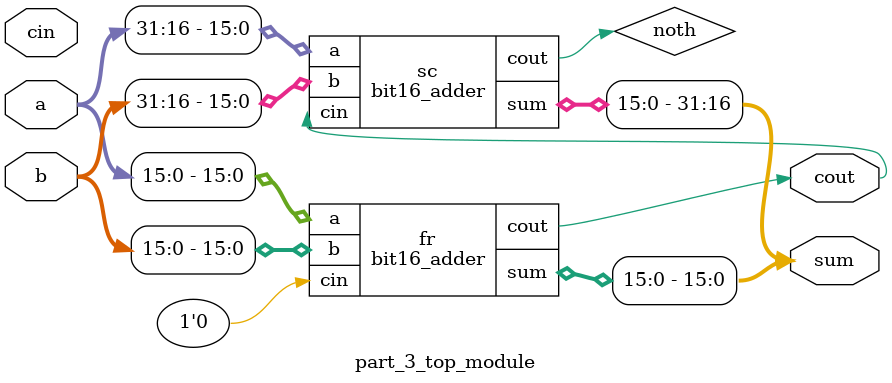
<source format=v>

    module bit16_adder(input [15:0]a, input [15:0]b, input cin, output [15:0] sum, output cout);

    assign sum = a + b + cin, cout = a[15] & b[15] & sum[15] | (a[15] ^ b[15]) & ~sum[15];

    endmodule

    module part_3_top_module (input [31:0]a, input [31:0]b, input cin, output [31:0] sum, output cout);

    wire noth, cout;

    bit16_adder fr(a[15:0], b[15:0], 1'b0, sum[15:0], cout);
    bit16_adder sc(a[31:16], b[31:16], cout, sum[31:16], noth);

endmodule
</source>
